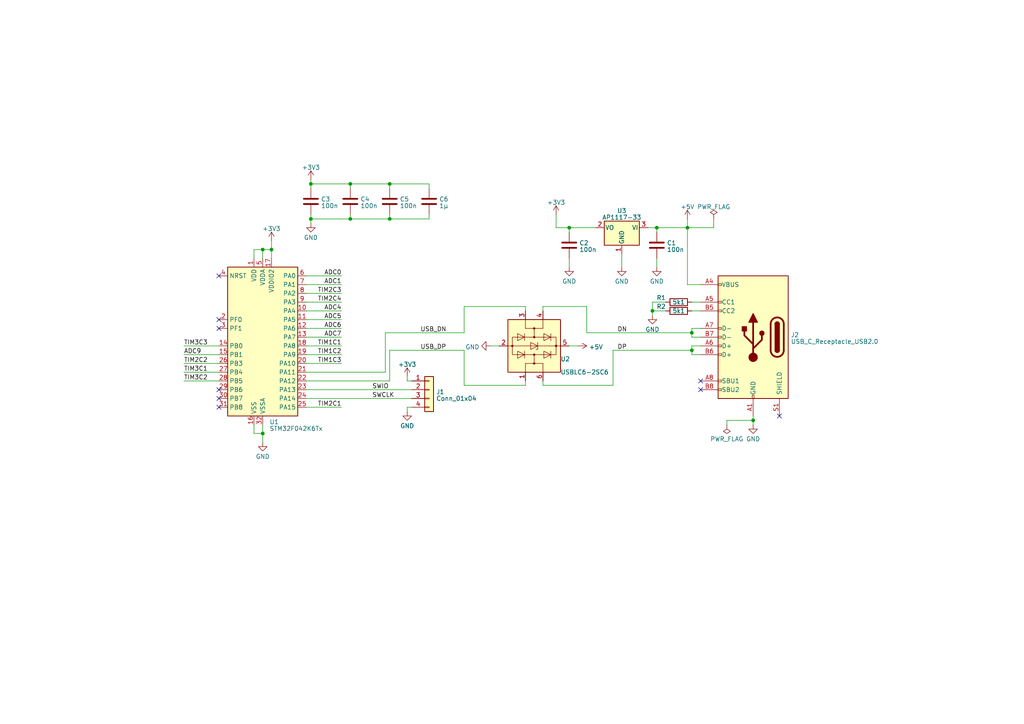
<source format=kicad_sch>
(kicad_sch (version 20230121) (generator eeschema)
  (paper "A4")
  (lib_symbols
    (symbol "Connector:USB_C_Receptacle_USB2.0" (pin_names (offset 1.016))
      (property "Reference" "J" (at -10.16 19.05 0))
      (property "Value" "USB_C_Receptacle_USB2.0" (at 19.05 19.05 0))
      (symbol "USB_C_Receptacle_USB2.0_0_0"
        (rectangle (start -0.254 -17.78) (end 0.254 -16.764))
        (rectangle (start 10.16 -14.986) (end 9.144 -15.494))
        (rectangle (start 10.16 -12.446) (end 9.144 -12.954))
        (rectangle (start 10.16 -4.826) (end 9.144 -5.334))
        (rectangle (start 10.16 -2.286) (end 9.144 -2.794))
        (rectangle (start 10.16 0.254) (end 9.144 -0.254))
        (rectangle (start 10.16 2.794) (end 9.144 2.286))
        (rectangle (start 10.16 7.874) (end 9.144 7.366))
        (rectangle (start 10.16 10.414) (end 9.144 9.906))
        (rectangle (start 10.16 15.494) (end 9.144 14.986))
      )
      (symbol "USB_C_Receptacle_USB2.0_0_1"
        (rectangle (start -10.16 17.78) (end 10.16 -17.78) (stroke (width 0.254)) (fill (type background)))
        (arc (start -8.89 -3.81) (mid -6.985 -5.7067) (end -5.08 -3.81) (stroke (width 0.508)))
        (arc (start -7.62 -3.81) (mid -6.985 -4.4423) (end -6.35 -3.81) (stroke (width 0.254)))
        (arc (start -7.62 -3.81) (mid -6.985 -4.4423) (end -6.35 -3.81) (stroke (width 0.254)) (fill (type outline)))
        (rectangle (start -7.62 -3.81) (end -6.35 3.81) (stroke (width 0.254)) (fill (type outline)))
        (arc (start -6.35 3.81) (mid -6.985 4.4423) (end -7.62 3.81) (stroke (width 0.254)))
        (arc (start -6.35 3.81) (mid -6.985 4.4423) (end -7.62 3.81) (stroke (width 0.254)) (fill (type outline)))
        (arc (start -5.08 3.81) (mid -6.985 5.7067) (end -8.89 3.81) (stroke (width 0.508)))
        (circle (center -2.54 1.143) (radius 0.635) (stroke (width 0.254)) (fill (type outline)))
        (circle (center 0 -5.842) (radius 1.27) (fill (type outline)))
        (polyline (pts (xy -8.89 -3.81) (xy -8.89 3.81)) (stroke (width 0.508)))
        (polyline (pts (xy -5.08 3.81) (xy -5.08 -3.81)) (stroke (width 0.508)))
        (polyline (pts (xy 0 -5.842) (xy 0 4.318)) (stroke (width 0.508)))
        (polyline (pts (xy 0 -3.302) (xy -2.54 -0.762) (xy -2.54 0.508)) (stroke (width 0.508)))
        (polyline (pts (xy 0 -2.032) (xy 2.54 0.508) (xy 2.54 1.778)) (stroke (width 0.508)))
        (polyline (pts (xy -1.27 4.318) (xy 0 6.858) (xy 1.27 4.318) (xy -1.27 4.318)) (stroke (width 0.254)) (fill (type outline)))
        (rectangle (start 1.905 1.778) (end 3.175 3.048) (stroke (width 0.254)) (fill (type outline)))
      )
      (symbol "USB_C_Receptacle_USB2.0_1_1"
        (pin passive line (at 0 -22.86 90) (length 5.08) (name "GND") (number "A1"))
        (pin passive line (at 0 -22.86 90) (length 5.08) hide (name "GND") (number "A12"))
        (pin passive line (at 15.24 15.24 180) (length 5.08) (name "VBUS") (number "A4"))
        (pin bidirectional line (at 15.24 10.16 180) (length 5.08) (name "CC1") (number "A5"))
        (pin bidirectional line (at 15.24 -2.54 180) (length 5.08) (name "D+") (number "A6"))
        (pin bidirectional line (at 15.24 2.54 180) (length 5.08) (name "D-") (number "A7"))
        (pin bidirectional line (at 15.24 -12.7 180) (length 5.08) (name "SBU1") (number "A8"))
        (pin passive line (at 15.24 15.24 180) (length 5.08) hide (name "VBUS") (number "A9"))
        (pin passive line (at 0 -22.86 90) (length 5.08) hide (name "GND") (number "B1"))
        (pin passive line (at 0 -22.86 90) (length 5.08) hide (name "GND") (number "B12"))
        (pin passive line (at 15.24 15.24 180) (length 5.08) hide (name "VBUS") (number "B4"))
        (pin bidirectional line (at 15.24 7.62 180) (length 5.08) (name "CC2") (number "B5"))
        (pin bidirectional line (at 15.24 -5.08 180) (length 5.08) (name "D+") (number "B6"))
        (pin bidirectional line (at 15.24 0 180) (length 5.08) (name "D-") (number "B7"))
        (pin bidirectional line (at 15.24 -15.24 180) (length 5.08) (name "SBU2") (number "B8"))
        (pin passive line (at 15.24 15.24 180) (length 5.08) hide (name "VBUS") (number "B9"))
        (pin passive line (at -7.62 -22.86 90) (length 5.08) (name "SHIELD") (number "S1"))
      )
    )
    (symbol "Connector_Generic:Conn_01x04" (pin_names (offset 1.016) hide)
      (property "Reference" "J" (at 0 5.08 0))
      (property "Value" "Conn_01x04" (at 0 -7.62 0))
      (symbol "Conn_01x04_1_1"
        (rectangle (start -1.27 -4.953) (end 0 -5.207) (stroke (width 0.1524)))
        (rectangle (start -1.27 -2.413) (end 0 -2.667) (stroke (width 0.1524)))
        (rectangle (start -1.27 0.127) (end 0 -0.127) (stroke (width 0.1524)))
        (rectangle (start -1.27 2.667) (end 0 2.413) (stroke (width 0.1524)))
        (rectangle (start -1.27 3.81) (end 1.27 -6.35) (stroke (width 0.254)) (fill (type background)))
        (pin passive line (at -5.08 2.54 0) (length 3.81) (name "Pin_1") (number "1"))
        (pin passive line (at -5.08 0 0) (length 3.81) (name "Pin_2") (number "2"))
        (pin passive line (at -5.08 -2.54 0) (length 3.81) (name "Pin_3") (number "3"))
        (pin passive line (at -5.08 -5.08 0) (length 3.81) (name "Pin_4") (number "4"))
      )
    )
    (symbol "Device:C" (pin_numbers hide) (pin_names (offset 0.254))
      (property "Reference" "C" (at 0.635 2.54 0))
      (property "Value" "C" (at 0.635 -2.54 0))
      (symbol "C_0_1"
        (polyline (pts (xy -2.032 -0.762) (xy 2.032 -0.762)) (stroke (width 0.508)))
        (polyline (pts (xy -2.032 0.762) (xy 2.032 0.762)) (stroke (width 0.508)))
      )
      (symbol "C_1_1"
        (pin passive line (at 0 3.81 270) (length 2.794) (name "~") (number "1"))
        (pin passive line (at 0 -3.81 90) (length 2.794) (name "~") (number "2"))
      )
    )
    (symbol "Device:R" (pin_numbers hide) (pin_names (offset 0))
      (property "Reference" "R" (at 2.032 0 90))
      (property "Value" "R" (at 0 0 90))
      (symbol "R_0_1"
        (rectangle (start -1.016 -2.54) (end 1.016 2.54) (stroke (width 0.254)))
      )
      (symbol "R_1_1"
        (pin passive line (at 0 3.81 270) (length 1.27) (name "~") (number "1"))
        (pin passive line (at 0 -3.81 90) (length 1.27) (name "~") (number "2"))
      )
    )
    (symbol "MCU_ST_STM32F0:STM32F042K6Tx"
      (property "Reference" "U" (at -10.16 21.59 0))
      (property "Value" "STM32F042K6Tx" (at 5.08 21.59 0))
      (symbol "STM32F042K6Tx_0_1"
        (rectangle (start -10.16 -22.86) (end 10.16 20.32) (stroke (width 0.254)) (fill (type background)))
      )
      (symbol "STM32F042K6Tx_1_1"
        (pin power_in line (at -2.54 22.86 270) (length 2.54) (name "VDD") (number "1"))
        (pin bidirectional line (at 12.7 7.62 180) (length 2.54) (name "PA4") (number "10"))
        (pin bidirectional line (at 12.7 5.08 180) (length 2.54) (name "PA5") (number "11"))
        (pin bidirectional line (at 12.7 2.54 180) (length 2.54) (name "PA6") (number "12"))
        (pin bidirectional line (at 12.7 0 180) (length 2.54) (name "PA7") (number "13"))
        (pin bidirectional line (at -12.7 -2.54 0) (length 2.54) (name "PB0") (number "14"))
        (pin bidirectional line (at -12.7 -5.08 0) (length 2.54) (name "PB1") (number "15"))
        (pin power_in line (at -2.54 -25.4 90) (length 2.54) (name "VSS") (number "16"))
        (pin power_in line (at 2.54 22.86 270) (length 2.54) (name "VDDIO2") (number "17"))
        (pin bidirectional line (at 12.7 -2.54 180) (length 2.54) (name "PA8") (number "18"))
        (pin bidirectional line (at 12.7 -5.08 180) (length 2.54) (name "PA9") (number "19"))
        (pin input line (at -12.7 5.08 0) (length 2.54) (name "PF0") (number "2"))
        (pin bidirectional line (at 12.7 -7.62 180) (length 2.54) (name "PA10") (number "20"))
        (pin bidirectional line (at 12.7 -10.16 180) (length 2.54) (name "PA11") (number "21"))
        (pin bidirectional line (at 12.7 -12.7 180) (length 2.54) (name "PA12") (number "22"))
        (pin bidirectional line (at 12.7 -15.24 180) (length 2.54) (name "PA13") (number "23"))
        (pin bidirectional line (at 12.7 -17.78 180) (length 2.54) (name "PA14") (number "24"))
        (pin bidirectional line (at 12.7 -20.32 180) (length 2.54) (name "PA15") (number "25"))
        (pin bidirectional line (at -12.7 -7.62 0) (length 2.54) (name "PB3") (number "26"))
        (pin bidirectional line (at -12.7 -10.16 0) (length 2.54) (name "PB4") (number "27"))
        (pin bidirectional line (at -12.7 -12.7 0) (length 2.54) (name "PB5") (number "28"))
        (pin bidirectional line (at -12.7 -15.24 0) (length 2.54) (name "PB6") (number "29"))
        (pin input line (at -12.7 2.54 0) (length 2.54) (name "PF1") (number "3"))
        (pin bidirectional line (at -12.7 -17.78 0) (length 2.54) (name "PB7") (number "30"))
        (pin bidirectional line (at -12.7 -20.32 0) (length 2.54) (name "PB8") (number "31"))
        (pin power_in line (at 0 -25.4 90) (length 2.54) (name "VSSA") (number "32"))
        (pin input line (at -12.7 17.78 0) (length 2.54) (name "NRST") (number "4"))
        (pin power_in line (at 0 22.86 270) (length 2.54) (name "VDDA") (number "5"))
        (pin bidirectional line (at 12.7 17.78 180) (length 2.54) (name "PA0") (number "6"))
        (pin bidirectional line (at 12.7 15.24 180) (length 2.54) (name "PA1") (number "7"))
        (pin bidirectional line (at 12.7 12.7 180) (length 2.54) (name "PA2") (number "8"))
        (pin bidirectional line (at 12.7 10.16 180) (length 2.54) (name "PA3") (number "9"))
      )
    )
    (symbol "Power_Protection:USBLC6-2SC6" (pin_names hide)
      (property "Reference" "U" (at 2.54 8.89 0))
      (property "Value" "USBLC6-2SC6" (at 2.54 -8.89 0))
      (symbol "USBLC6-2SC6_0_1"
        (rectangle (start -7.62 -7.62) (end 7.62 7.62) (stroke (width 0.254)) (fill (type background)))
        (circle (center -5.08 0) (radius 0.254) (fill (type outline)))
        (circle (center -2.54 0) (radius 0.254) (fill (type outline)))
        (rectangle (start -2.54 6.35) (end 2.54 -6.35))
        (circle (center 0 -6.35) (radius 0.254) (fill (type outline)))
        (polyline (pts (xy -5.08 -2.54) (xy -7.62 -2.54)))
        (polyline (pts (xy -5.08 0) (xy -5.08 -2.54)))
        (polyline (pts (xy -5.08 2.54) (xy -7.62 2.54)))
        (polyline (pts (xy -1.524 -2.794) (xy -3.556 -2.794)))
        (polyline (pts (xy -1.524 4.826) (xy -3.556 4.826)))
        (polyline (pts (xy 0 -7.62) (xy 0 -6.35)))
        (polyline (pts (xy 0 -6.35) (xy 0 1.27)))
        (polyline (pts (xy 0 1.27) (xy 0 6.35)))
        (polyline (pts (xy 0 6.35) (xy 0 7.62)))
        (polyline (pts (xy 1.524 -2.794) (xy 3.556 -2.794)))
        (polyline (pts (xy 1.524 4.826) (xy 3.556 4.826)))
        (polyline (pts (xy 5.08 -2.54) (xy 7.62 -2.54)))
        (polyline (pts (xy 5.08 0) (xy 5.08 -2.54)))
        (polyline (pts (xy 5.08 2.54) (xy 7.62 2.54)))
        (polyline (pts (xy -2.54 0) (xy -5.08 0) (xy -5.08 2.54)))
        (polyline (pts (xy 2.54 0) (xy 5.08 0) (xy 5.08 2.54)))
        (polyline (pts (xy -3.556 -4.826) (xy -1.524 -4.826) (xy -2.54 -2.794) (xy -3.556 -4.826)))
        (polyline (pts (xy -3.556 2.794) (xy -1.524 2.794) (xy -2.54 4.826) (xy -3.556 2.794)))
        (polyline (pts (xy -1.016 -1.016) (xy 1.016 -1.016) (xy 0 1.016) (xy -1.016 -1.016)))
        (polyline (pts (xy 1.016 1.016) (xy 0.762 1.016) (xy -1.016 1.016) (xy -1.016 0.508)))
        (polyline (pts (xy 3.556 -4.826) (xy 1.524 -4.826) (xy 2.54 -2.794) (xy 3.556 -4.826)))
        (polyline (pts (xy 3.556 2.794) (xy 1.524 2.794) (xy 2.54 4.826) (xy 3.556 2.794)))
        (circle (center 0 6.35) (radius 0.254) (fill (type outline)))
        (circle (center 2.54 0) (radius 0.254) (fill (type outline)))
        (circle (center 5.08 0) (radius 0.254) (fill (type outline)))
      )
      (symbol "USBLC6-2SC6_1_1"
        (pin passive line (at -10.16 -2.54 0) (length 2.54) (name "I/O1") (number "1"))
        (pin passive line (at 0 -10.16 90) (length 2.54) (name "GND") (number "2"))
        (pin passive line (at 10.16 -2.54 180) (length 2.54) (name "I/O2") (number "3"))
        (pin passive line (at 10.16 2.54 180) (length 2.54) (name "I/O2") (number "4"))
        (pin passive line (at 0 10.16 270) (length 2.54) (name "VBUS") (number "5"))
        (pin passive line (at -10.16 2.54 0) (length 2.54) (name "I/O1") (number "6"))
      )
    )
    (symbol "Regulator_Linear:AP1117-33" (pin_names (offset 0.254))
      (property "Reference" "U" (at -3.81 3.175 0))
      (property "Value" "AP1117-33" (at 0 3.175 0))
      (symbol "AP1117-33_0_1"
        (rectangle (start -5.08 -5.08) (end 5.08 1.905) (stroke (width 0.254)) (fill (type background)))
      )
      (symbol "AP1117-33_1_1"
        (pin power_in line (at 0 -7.62 90) (length 2.54) (name "GND") (number "1"))
        (pin power_out line (at 7.62 0 180) (length 2.54) (name "VO") (number "2"))
        (pin power_in line (at -7.62 0 0) (length 2.54) (name "VI") (number "3"))
      )
    )
    (symbol "power:+3V3" (power) (pin_names (offset 0))
      (property "Value" "+3V3" (at 0 3.556 0))
      (symbol "+3V3_0_1"
        (polyline (pts (xy -0.762 1.27) (xy 0 2.54)))
        (polyline (pts (xy 0 0) (xy 0 2.54)))
        (polyline (pts (xy 0 2.54) (xy 0.762 1.27)))
      )
      (symbol "+3V3_1_1"
        (pin power_in line (at 0 0 90) (length 0) hide (name "+3V3") (number "1"))
      )
    )
    (symbol "power:+5V" (power) (pin_names (offset 0))
      (property "Value" "+5V" (at 0 3.556 0))
      (symbol "+5V_0_1"
        (polyline (pts (xy -0.762 1.27) (xy 0 2.54)))
        (polyline (pts (xy 0 0) (xy 0 2.54)))
        (polyline (pts (xy 0 2.54) (xy 0.762 1.27)))
      )
      (symbol "+5V_1_1"
        (pin power_in line (at 0 0 90) (length 0) hide (name "+5V") (number "1"))
      )
    )
    (symbol "power:GND" (power) (pin_names (offset 0))
      (property "Value" "GND" (at 0 -3.81 0))
      (symbol "GND_0_1"
        (polyline (pts (xy 0 0) (xy 0 -1.27) (xy 1.27 -1.27) (xy 0 -2.54) (xy -1.27 -1.27) (xy 0 -1.27)))
      )
      (symbol "GND_1_1"
        (pin power_in line (at 0 0 270) (length 0) hide (name "GND") (number "1"))
      )
    )
    (symbol "power:PWR_FLAG" (power) (pin_numbers hide) (pin_names (offset 0) hide)
      (property "Value" "PWR_FLAG" (at 0 3.81 0))
      (symbol "PWR_FLAG_0_0"
        (pin power_out line (at 0 0 90) (length 0) (name "pwr") (number "1"))
      )
      (symbol "PWR_FLAG_0_1"
        (polyline (pts (xy 0 0) (xy 0 1.27) (xy -1.016 1.905) (xy 0 2.54) (xy 1.016 1.905) (xy 0 1.27)))
      )
    )
  )
  (junction (at 199.39 66.04))
  (junction (at 189.23 90.17))
  (junction (at 101.6 63.5))
  (junction (at 90.17 63.5))
  (junction (at 78.74 72.39))
  (junction (at 90.17 53.34))
  (junction (at 190.5 66.04))
  (junction (at 200.66 96.52))
  (junction (at 76.2 125.73))
  (junction (at 218.44 121.92))
  (junction (at 76.2 72.39))
  (junction (at 113.03 53.34))
  (junction (at 165.1 66.04))
  (junction (at 113.03 63.5))
  (junction (at 101.6 53.34))
  (junction (at 200.66 101.6))
  (no_connect (at 63.5 92.71))
  (no_connect (at 63.5 80.01))
  (no_connect (at 63.5 118.11))
  (no_connect (at 63.5 113.03))
  (no_connect (at 63.5 95.25))
  (no_connect (at 63.5 115.57))
  (no_connect (at 226.06 120.65))
  (no_connect (at 203.2 113.03))
  (no_connect (at 203.2 110.49))
  (wire (pts (xy 134.62 96.52) (xy 134.62 88.9)))
  (wire (pts (xy 157.48 88.9) (xy 170.18 88.9)))
  (wire (pts (xy 157.48 110.49) (xy 157.48 111.76)))
  (wire (pts (xy 88.9 102.87) (xy 99.06 102.87)))
  (wire (pts (xy 165.1 66.04) (xy 172.72 66.04)))
  (wire (pts (xy 189.23 90.17) (xy 189.23 87.63)))
  (wire (pts (xy 161.29 62.23) (xy 161.29 66.04)))
  (wire (pts (xy 199.39 82.55) (xy 199.39 66.04)))
  (wire (pts (xy 190.5 66.04) (xy 190.5 67.31)))
  (wire (pts (xy 101.6 53.34) (xy 101.6 54.61)))
  (wire (pts (xy 88.9 85.09) (xy 99.06 85.09)))
  (wire (pts (xy 78.74 69.85) (xy 78.74 72.39)))
  (wire (pts (xy 189.23 91.44) (xy 189.23 90.17)))
  (wire (pts (xy 207.01 63.5) (xy 207.01 66.04)))
  (wire (pts (xy 76.2 72.39) (xy 76.2 74.93)))
  (wire (pts (xy 90.17 63.5) (xy 90.17 64.77)))
  (wire (pts (xy 53.34 102.87) (xy 63.5 102.87)))
  (wire (pts (xy 101.6 62.23) (xy 101.6 63.5)))
  (wire (pts (xy 152.4 111.76) (xy 152.4 110.49)))
  (wire (pts (xy 88.9 118.11) (xy 99.06 118.11)))
  (wire (pts (xy 88.9 97.79) (xy 99.06 97.79)))
  (wire (pts (xy 73.66 123.19) (xy 73.66 125.73)))
  (wire (pts (xy 165.1 66.04) (xy 165.1 67.31)))
  (wire (pts (xy 152.4 88.9) (xy 152.4 90.17)))
  (wire (pts (xy 199.39 63.5) (xy 199.39 66.04)))
  (wire (pts (xy 76.2 123.19) (xy 76.2 125.73)))
  (wire (pts (xy 177.8 101.6) (xy 200.66 101.6)))
  (wire (pts (xy 88.9 87.63) (xy 99.06 87.63)))
  (wire (pts (xy 101.6 63.5) (xy 90.17 63.5)))
  (wire (pts (xy 111.76 96.52) (xy 134.62 96.52)))
  (wire (pts (xy 88.9 107.95) (xy 111.76 107.95)))
  (wire (pts (xy 88.9 95.25) (xy 99.06 95.25)))
  (wire (pts (xy 134.62 111.76) (xy 152.4 111.76)))
  (wire (pts (xy 200.66 95.25) (xy 203.2 95.25)))
  (wire (pts (xy 90.17 62.23) (xy 90.17 63.5)))
  (wire (pts (xy 124.46 53.34) (xy 124.46 54.61)))
  (wire (pts (xy 113.03 110.49) (xy 113.03 101.6)))
  (wire (pts (xy 88.9 80.01) (xy 99.06 80.01)))
  (wire (pts (xy 53.34 100.33) (xy 63.5 100.33)))
  (wire (pts (xy 207.01 66.04) (xy 199.39 66.04)))
  (wire (pts (xy 76.2 125.73) (xy 76.2 128.27)))
  (wire (pts (xy 88.9 110.49) (xy 113.03 110.49)))
  (wire (pts (xy 200.66 100.33) (xy 203.2 100.33)))
  (wire (pts (xy 199.39 66.04) (xy 190.5 66.04)))
  (wire (pts (xy 53.34 107.95) (xy 63.5 107.95)))
  (wire (pts (xy 76.2 72.39) (xy 78.74 72.39)))
  (wire (pts (xy 113.03 101.6) (xy 134.62 101.6)))
  (wire (pts (xy 118.11 109.22) (xy 118.11 110.49)))
  (wire (pts (xy 165.1 74.93) (xy 165.1 77.47)))
  (wire (pts (xy 90.17 52.07) (xy 90.17 53.34)))
  (wire (pts (xy 111.76 107.95) (xy 111.76 96.52)))
  (wire (pts (xy 124.46 63.5) (xy 113.03 63.5)))
  (wire (pts (xy 218.44 120.65) (xy 218.44 121.92)))
  (wire (pts (xy 200.66 95.25) (xy 200.66 96.52)))
  (wire (pts (xy 124.46 62.23) (xy 124.46 63.5)))
  (wire (pts (xy 88.9 105.41) (xy 99.06 105.41)))
  (wire (pts (xy 177.8 111.76) (xy 177.8 101.6)))
  (wire (pts (xy 180.34 73.66) (xy 180.34 77.47)))
  (wire (pts (xy 167.64 100.33) (xy 165.1 100.33)))
  (wire (pts (xy 210.82 123.19) (xy 210.82 121.92)))
  (wire (pts (xy 90.17 53.34) (xy 101.6 53.34)))
  (wire (pts (xy 88.9 82.55) (xy 99.06 82.55)))
  (wire (pts (xy 118.11 110.49) (xy 119.38 110.49)))
  (wire (pts (xy 113.03 63.5) (xy 101.6 63.5)))
  (wire (pts (xy 90.17 53.34) (xy 90.17 54.61)))
  (wire (pts (xy 73.66 74.93) (xy 73.66 72.39)))
  (wire (pts (xy 157.48 90.17) (xy 157.48 88.9)))
  (wire (pts (xy 190.5 74.93) (xy 190.5 77.47)))
  (wire (pts (xy 53.34 105.41) (xy 63.5 105.41)))
  (wire (pts (xy 170.18 88.9) (xy 170.18 96.52)))
  (wire (pts (xy 200.66 101.6) (xy 200.66 102.87)))
  (wire (pts (xy 88.9 113.03) (xy 119.38 113.03)))
  (wire (pts (xy 210.82 121.92) (xy 218.44 121.92)))
  (wire (pts (xy 144.78 100.33) (xy 142.24 100.33)))
  (wire (pts (xy 200.66 90.17) (xy 203.2 90.17)))
  (wire (pts (xy 113.03 53.34) (xy 124.46 53.34)))
  (wire (pts (xy 157.48 111.76) (xy 177.8 111.76)))
  (wire (pts (xy 113.03 53.34) (xy 113.03 54.61)))
  (wire (pts (xy 189.23 90.17) (xy 193.04 90.17)))
  (wire (pts (xy 88.9 115.57) (xy 119.38 115.57)))
  (wire (pts (xy 200.66 96.52) (xy 200.66 97.79)))
  (wire (pts (xy 200.66 87.63) (xy 203.2 87.63)))
  (wire (pts (xy 189.23 87.63) (xy 193.04 87.63)))
  (wire (pts (xy 101.6 53.34) (xy 113.03 53.34)))
  (wire (pts (xy 73.66 125.73) (xy 76.2 125.73)))
  (wire (pts (xy 203.2 97.79) (xy 200.66 97.79)))
  (wire (pts (xy 190.5 66.04) (xy 187.96 66.04)))
  (wire (pts (xy 118.11 119.38) (xy 118.11 118.11)))
  (wire (pts (xy 134.62 101.6) (xy 134.62 111.76)))
  (wire (pts (xy 203.2 102.87) (xy 200.66 102.87)))
  (wire (pts (xy 73.66 72.39) (xy 76.2 72.39)))
  (wire (pts (xy 134.62 88.9) (xy 152.4 88.9)))
  (wire (pts (xy 118.11 118.11) (xy 119.38 118.11)))
  (wire (pts (xy 170.18 96.52) (xy 200.66 96.52)))
  (wire (pts (xy 161.29 66.04) (xy 165.1 66.04)))
  (wire (pts (xy 203.2 82.55) (xy 199.39 82.55)))
  (wire (pts (xy 218.44 121.92) (xy 218.44 123.19)))
  (wire (pts (xy 113.03 62.23) (xy 113.03 63.5)))
  (wire (pts (xy 88.9 90.17) (xy 99.06 90.17)))
  (wire (pts (xy 88.9 92.71) (xy 99.06 92.71)))
  (wire (pts (xy 53.34 110.49) (xy 63.5 110.49)))
  (wire (pts (xy 78.74 72.39) (xy 78.74 74.93)))
  (wire (pts (xy 88.9 100.33) (xy 99.06 100.33)))
  (wire (pts (xy 200.66 100.33) (xy 200.66 101.6)))
  (label "ADC4" (at 99.06 90.17 180))
  (label "DP" (at 179.07 101.6 0))
  (label "ADC0" (at 99.06 80.01 180))
  (label "TIM3C1" (at 53.34 107.95 0))
  (label "ADC5" (at 99.06 92.71 180))
  (label "SWIO" (at 107.95 113.03 0))
  (label "ADC1" (at 99.06 82.55 180))
  (label "TIM2C1" (at 99.06 118.11 180))
  (label "TIM3C2" (at 53.34 110.49 0))
  (label "TIM2C4" (at 99.06 87.63 180))
  (label "TIM1C3" (at 99.06 105.41 180))
  (label "ADC9" (at 53.34 102.87 0))
  (label "TIM1C2" (at 99.06 102.87 180))
  (label "ADC7" (at 99.06 97.79 180))
  (label "DN" (at 179.07 96.52 0))
  (label "USB_DN" (at 121.92 96.52 0))
  (label "TIM2C3" (at 99.06 85.09 180))
  (label "USB_DP" (at 121.92 101.6 0))
  (label "TIM3C3" (at 53.34 100.33 0))
  (label "ADC6" (at 99.06 95.25 180))
  (label "TIM2C2" (at 53.34 105.41 0))
  (label "SWCLK" (at 107.95 115.57 0))
  (label "TIM1C1" (at 99.06 100.33 180))
  (symbol (lib_id "power:+5V") (at 199.39 63.5 0) (unit 1)
    (property "Reference" "#PWR07" (effects hide))
    (property "Value" "+5V" (at 199.39 59.9981 0))
  )
  (symbol (lib_id "power:GND") (at 90.17 64.77 0) (unit 1)
    (property "Reference" "#PWR016" (effects hide))
    (property "Value" "GND" (at 90.17 68.9055 0))
  )
  (symbol (lib_id "power:GND") (at 118.11 119.38 0) (unit 1)
    (property "Reference" "#PWR04" (effects hide))
    (property "Value" "GND" (at 118.11 123.5155 0))
  )
  (symbol (lib_id "power:+5V") (at 167.64 100.33 270) (mirror x) (unit 1)
    (property "Reference" "#PWR06" (effects hide))
    (property "Value" "+5V" (at 170.8149 100.6468 90) (effects (justify left)))
  )
  (symbol (lib_id "power:PWR_FLAG") (at 207.01 63.5 0) (unit 1)
    (property "Reference" "#FLG02" (effects hide))
    (property "Value" "PWR_FLAG" (at 207.01 59.9981 0))
  )
  (symbol (lib_id "power:GND") (at 190.5 77.47 0) (unit 1)
    (property "Reference" "#PWR011" (effects hide))
    (property "Value" "GND" (at 190.5 81.6055 0))
  )
  (symbol (lib_id "power:+3V3") (at 90.17 52.07 0) (unit 1)
    (property "Reference" "#PWR015" (effects hide))
    (property "Value" "+3V3" (at 90.17 48.5681 0))
  )
  (symbol (lib_id "power:PWR_FLAG") (at 210.82 123.19 180) (unit 1)
    (property "Reference" "#FLG01" (effects hide))
    (property "Value" "PWR_FLAG" (at 210.82 127.3255 0))
  )
  (symbol (lib_id "Device:C") (at 113.03 58.42 0) (unit 1)
    (property "Reference" "C5" (at 115.951 57.7763 0) (effects (justify left)))
    (property "Value" "100n" (at 115.951 59.6973 0) (effects (justify left)))
    (property "Footprint" "eigene:0603_1608Metric_Pad1.08x0.95mm_MidMount" (effects hide))
  )
  (symbol (lib_id "Device:C") (at 190.5 71.12 0) (unit 1)
    (property "Reference" "C1" (at 193.421 70.4763 0) (effects (justify left)))
    (property "Value" "100n" (at 193.421 72.3973 0) (effects (justify left)))
    (property "Footprint" "eigene:0603_1608Metric_Pad1.08x0.95mm_MidMount" (effects hide))
  )
  (symbol (lib_id "MCU_ST_STM32F0:STM32F042K6Tx") (at 76.2 97.79 0) (unit 1)
    (property "Reference" "U1" (at 78.1559 122.3725 0) (effects (justify left)))
    (property "Value" "STM32F042K6Tx" (at 78.1559 124.2935 0) (effects (justify left)))
    (property "Footprint" "eigene:LQFP-32_7x7mm_P0.8mm_midmount" (effects hide))
    (property "Datasheet" "http://www.st.com/st-web-ui/static/active/en/resource/technical/document/datasheet/DM00105814.pdf" (effects hide))
  )
  (symbol (lib_id "Device:C") (at 165.1 71.12 0) (unit 1)
    (property "Reference" "C2" (at 168.021 70.4763 0) (effects (justify left)))
    (property "Value" "100n" (at 168.021 72.3973 0) (effects (justify left)))
    (property "Footprint" "eigene:0603_1608Metric_Pad1.08x0.95mm_MidMount" (effects hide))
  )
  (symbol (lib_id "Device:C") (at 90.17 58.42 0) (unit 1)
    (property "Reference" "C3" (at 93.091 57.7763 0) (effects (justify left)))
    (property "Value" "100n" (at 93.091 59.6973 0) (effects (justify left)))
    (property "Footprint" "eigene:0603_1608Metric_Pad1.08x0.95mm_MidMount" (effects hide))
  )
  (symbol (lib_id "Power_Protection:USBLC6-2SC6") (at 154.94 100.33 270) (mirror x) (unit 1)
    (property "Reference" "U2" (at 162.56 104.14 90) (effects (justify left)))
    (property "Value" "USBLC6-2SC6" (at 162.56 107.95 90) (effects (justify left)))
    (property "Footprint" "eigene:SOT-23-6_MidMount" (effects hide))
    (property "Datasheet" "https://www.st.com/resource/en/datasheet/usblc6-2.pdf" (effects hide))
  )
  (symbol (lib_id "power:+3V3") (at 78.74 69.85 0) (unit 1)
    (property "Reference" "#PWR02" (effects hide))
    (property "Value" "+3V3" (at 78.74 66.3481 0))
  )
  (symbol (lib_id "power:+3V3") (at 161.29 62.23 0) (unit 1)
    (property "Reference" "#PWR08" (effects hide))
    (property "Value" "+3V3" (at 161.29 58.7281 0))
  )
  (symbol (lib_id "Device:C") (at 101.6 58.42 0) (unit 1)
    (property "Reference" "C4" (at 104.521 57.7763 0) (effects (justify left)))
    (property "Value" "100n" (at 104.521 59.6973 0) (effects (justify left)))
    (property "Footprint" "eigene:0603_1608Metric_Pad1.08x0.95mm_MidMount" (effects hide))
  )
  (symbol (lib_id "Device:R") (at 196.85 90.17 90) (unit 1)
    (property "Reference" "R2" (at 191.77 88.9 90))
    (property "Value" "5k1" (at 196.85 90.17 90))
    (property "Footprint" "eigene:0603_1608Metric_Pad1.08x0.95mm_MidMount" (effects hide))
  )
  (symbol (lib_id "Connector:USB_C_Receptacle_USB2.0") (at 218.44 97.79 0) (mirror y) (unit 1)
    (property "Reference" "J2" (at 229.362 97.1463 0) (effects (justify right)))
    (property "Value" "USB_C_Receptacle_USB2.0" (at 229.362 99.0673 0) (effects (justify right)))
    (property "Footprint" "eigene:USB_C_PCB" (effects hide))
    (property "Datasheet" "https://www.usb.org/sites/default/files/documents/usb_type-c.zip" (effects hide))
  )
  (symbol (lib_id "power:GND") (at 180.34 77.47 0) (unit 1)
    (property "Reference" "#PWR09" (effects hide))
    (property "Value" "GND" (at 180.34 81.6055 0))
  )
  (symbol (lib_id "power:+3V3") (at 118.11 109.22 0) (unit 1)
    (property "Reference" "#PWR03" (effects hide))
    (property "Value" "+3V3" (at 118.11 105.7181 0))
  )
  (symbol (lib_id "power:GND") (at 218.44 123.19 0) (unit 1)
    (property "Reference" "#PWR012" (effects hide))
    (property "Value" "GND" (at 218.44 127.3255 0))
  )
  (symbol (lib_id "Connector_Generic:Conn_01x04") (at 124.46 113.03 0) (unit 1)
    (property "Reference" "J1" (at 126.492 113.6563 0) (effects (justify left)))
    (property "Value" "Conn_01x04" (at 126.492 115.5773 0) (effects (justify left)))
    (property "Footprint" "eigene:SWD_PADS" (effects hide))
  )
  (symbol (lib_id "Device:R") (at 196.85 87.63 90) (unit 1)
    (property "Reference" "R1" (at 191.77 86.36 90))
    (property "Value" "5k1" (at 196.85 87.63 90))
    (property "Footprint" "eigene:0603_1608Metric_Pad1.08x0.95mm_MidMount" (effects hide))
  )
  (symbol (lib_id "power:GND") (at 189.23 91.44 0) (unit 1)
    (property "Reference" "#PWR013" (effects hide))
    (property "Value" "GND" (at 189.23 95.5755 0))
  )
  (symbol (lib_id "Device:C") (at 124.46 58.42 0) (unit 1)
    (property "Reference" "C6" (at 127.381 57.7763 0) (effects (justify left)))
    (property "Value" "1µ" (at 127.381 59.6973 0) (effects (justify left)))
    (property "Footprint" "eigene:0603_1608Metric_Pad1.08x0.95mm_MidMount" (effects hide))
  )
  (symbol (lib_id "Regulator_Linear:AP1117-33") (at 180.34 66.04 0) (mirror y) (unit 1)
    (property "Reference" "U3" (at 180.34 61.1251 0))
    (property "Value" "AP1117-33" (at 180.34 63.0461 0))
    (property "Footprint" "eigene:SOT-223-3_TabPin2_MidMount" (effects hide))
    (property "Datasheet" "http://www.diodes.com/datasheets/AP1117.pdf" (effects hide))
  )
  (symbol (lib_id "power:GND") (at 165.1 77.47 0) (unit 1)
    (property "Reference" "#PWR010" (effects hide))
    (property "Value" "GND" (at 165.1 81.6055 0))
  )
  (symbol (lib_id "power:GND") (at 142.24 100.33 270) (mirror x) (unit 1)
    (property "Reference" "#PWR05" (effects hide))
    (property "Value" "GND" (at 139.065 100.6468 90) (effects (justify right)))
  )
  (symbol (lib_id "power:GND") (at 76.2 128.27 0) (unit 1)
    (property "Reference" "#PWR01" (effects hide))
    (property "Value" "GND" (at 76.2 132.4055 0))
  )
)
</source>
